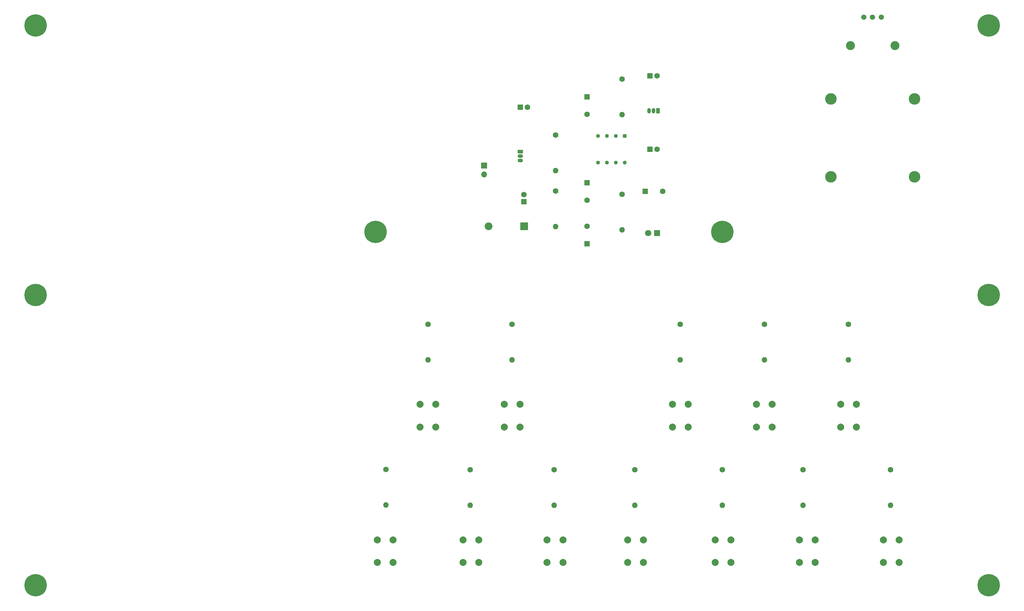
<source format=gbr>
%TF.GenerationSoftware,KiCad,Pcbnew,(7.0.0)*%
%TF.CreationDate,2023-06-26T15:27:43+02:00*%
%TF.ProjectId,Prj_3_Piano,50726a5f-335f-4506-9961-6e6f2e6b6963,v1.0*%
%TF.SameCoordinates,Original*%
%TF.FileFunction,Soldermask,Bot*%
%TF.FilePolarity,Negative*%
%FSLAX46Y46*%
G04 Gerber Fmt 4.6, Leading zero omitted, Abs format (unit mm)*
G04 Created by KiCad (PCBNEW (7.0.0)) date 2023-06-26 15:27:43*
%MOMM*%
%LPD*%
G01*
G04 APERTURE LIST*
%ADD10C,6.400000*%
%ADD11C,1.600000*%
%ADD12O,1.600000X1.600000*%
%ADD13C,2.000000*%
%ADD14R,1.600000X1.600000*%
%ADD15R,1.500000X1.050000*%
%ADD16O,1.500000X1.050000*%
%ADD17R,2.200000X2.200000*%
%ADD18O,2.200000X2.200000*%
%ADD19R,1.130000X1.130000*%
%ADD20C,1.130000*%
%ADD21R,1.050000X1.500000*%
%ADD22O,1.050000X1.500000*%
%ADD23R,1.800000X1.800000*%
%ADD24C,1.800000*%
%ADD25C,2.565400*%
%ADD26C,3.302000*%
%ADD27C,1.500000*%
%ADD28R,1.700000X1.700000*%
%ADD29O,1.700000X1.700000*%
G04 APERTURE END LIST*
D10*
%TO.C,REF\u002A\u002A*%
X412000000Y-249000000D03*
%TD*%
%TO.C,REF\u002A\u002A*%
X336000000Y-231000000D03*
%TD*%
%TO.C,REF\u002A\u002A*%
X237000000Y-231000000D03*
%TD*%
%TO.C,REF\u002A\u002A*%
X140000000Y-249000000D03*
%TD*%
D11*
%TO.C,R13*%
X348000000Y-257420000D03*
D12*
X347999999Y-267579999D03*
%TD*%
D11*
%TO.C,R1*%
X288379200Y-203274100D03*
D12*
X288379199Y-213434099D03*
%TD*%
D10*
%TO.C,REF\u002A\u002A*%
X412000000Y-332000000D03*
%TD*%
D11*
%TO.C,R8*%
X307379200Y-220274100D03*
D12*
X307379199Y-230434099D03*
%TD*%
D13*
%TO.C,SW5*%
X273750000Y-286750000D03*
X273750000Y-280250000D03*
X278250000Y-286750000D03*
X278250000Y-280250000D03*
%TD*%
D11*
%TO.C,R10*%
X311000000Y-299000000D03*
D12*
X310999999Y-309159999D03*
%TD*%
D14*
%TO.C,C7*%
X297379199Y-234354099D03*
D11*
X297379200Y-229354100D03*
%TD*%
D15*
%TO.C,Q1*%
X278379199Y-208084099D03*
D16*
X278379199Y-209354099D03*
X278379199Y-210624099D03*
%TD*%
D13*
%TO.C,SW2*%
X237500000Y-325500000D03*
X237500000Y-319000000D03*
X242000000Y-325500000D03*
X242000000Y-319000000D03*
%TD*%
D14*
%TO.C,C5*%
X297379199Y-192354099D03*
D11*
X297379200Y-197354100D03*
%TD*%
D14*
%TO.C,C8*%
X313976548Y-219354099D03*
D11*
X318976549Y-219354100D03*
%TD*%
%TO.C,R2*%
X288379200Y-219274100D03*
D12*
X288379199Y-229434099D03*
%TD*%
D13*
%TO.C,SW6*%
X286000000Y-325500000D03*
X286000000Y-319000000D03*
X290500000Y-325500000D03*
X290500000Y-319000000D03*
%TD*%
D17*
%TO.C,D1*%
X279459199Y-229354099D03*
D18*
X269299199Y-229354099D03*
%TD*%
D14*
%TO.C,C4*%
X297379199Y-216951448D03*
D11*
X297379200Y-221951449D03*
%TD*%
D10*
%TO.C,REF\u002A\u002A*%
X140000000Y-332000000D03*
%TD*%
D19*
%TO.C,IC1*%
X308189199Y-203544099D03*
D20*
X305649200Y-203544100D03*
X303109200Y-203544100D03*
X300569200Y-203544100D03*
X300569200Y-211164100D03*
X303109200Y-211164100D03*
X305649200Y-211164100D03*
X308189200Y-211164100D03*
%TD*%
D11*
%TO.C,R9*%
X288000000Y-299000000D03*
D12*
X287999999Y-309159999D03*
%TD*%
D14*
%TO.C,C6*%
X315379199Y-207354099D03*
D11*
X317379200Y-207354100D03*
%TD*%
D21*
%TO.C,U1*%
X317649199Y-196354099D03*
D22*
X316379199Y-196354099D03*
X315109199Y-196354099D03*
%TD*%
D13*
%TO.C,SW8*%
X321750000Y-286750000D03*
X321750000Y-280250000D03*
X326250000Y-286750000D03*
X326250000Y-280250000D03*
%TD*%
%TO.C,SW3*%
X249750000Y-286750000D03*
X249750000Y-280250000D03*
X254250000Y-286750000D03*
X254250000Y-280250000D03*
%TD*%
D11*
%TO.C,R5*%
X252000000Y-257420000D03*
D12*
X251999999Y-267579999D03*
%TD*%
D10*
%TO.C,REF\u002A\u002A*%
X140000000Y-172000000D03*
%TD*%
D11*
%TO.C,R6*%
X264000000Y-299000000D03*
D12*
X263999999Y-309159999D03*
%TD*%
D11*
%TO.C,R12*%
X336000000Y-299000000D03*
D12*
X335999999Y-309159999D03*
%TD*%
D23*
%TO.C,D2*%
X317379199Y-231354099D03*
D24*
X314839200Y-231354100D03*
%TD*%
D11*
%TO.C,R15*%
X372000000Y-257420000D03*
D12*
X371999999Y-267579999D03*
%TD*%
D10*
%TO.C,REF\u002A\u002A*%
X412000000Y-172000000D03*
%TD*%
D25*
%TO.C,BT1*%
X372562600Y-177760000D03*
X385262600Y-177760000D03*
D26*
X367000000Y-193000000D03*
X390825200Y-193000000D03*
X367000000Y-215225000D03*
X390825200Y-215225000D03*
%TD*%
D13*
%TO.C,SW4*%
X262000000Y-325500000D03*
X262000000Y-319000000D03*
X266500000Y-325500000D03*
X266500000Y-319000000D03*
%TD*%
%TO.C,SW10*%
X345750000Y-286750000D03*
X345750000Y-280250000D03*
X350250000Y-286750000D03*
X350250000Y-280250000D03*
%TD*%
%TO.C,SW11*%
X358000000Y-325500000D03*
X358000000Y-319000000D03*
X362500000Y-325500000D03*
X362500000Y-319000000D03*
%TD*%
%TO.C,SW7*%
X309000000Y-325500000D03*
X309000000Y-319000000D03*
X313500000Y-325500000D03*
X313500000Y-319000000D03*
%TD*%
%TO.C,SW13*%
X382000000Y-325500000D03*
X382000000Y-319000000D03*
X386500000Y-325500000D03*
X386500000Y-319000000D03*
%TD*%
D14*
%TO.C,C1*%
X279379199Y-222354099D03*
D11*
X279379200Y-220354100D03*
%TD*%
%TO.C,R7*%
X276000000Y-257420000D03*
D12*
X275999999Y-267579999D03*
%TD*%
D14*
%TO.C,C3*%
X315379199Y-186354099D03*
D11*
X317379200Y-186354100D03*
%TD*%
%TO.C,R16*%
X384000000Y-299000000D03*
D12*
X383999999Y-309159999D03*
%TD*%
D14*
%TO.C,C2*%
X278379199Y-195354099D03*
D11*
X280379200Y-195354100D03*
%TD*%
%TO.C,R14*%
X359000000Y-299000000D03*
D12*
X358999999Y-309159999D03*
%TD*%
D13*
%TO.C,SW12*%
X369750000Y-286750000D03*
X369750000Y-280250000D03*
X374250000Y-286750000D03*
X374250000Y-280250000D03*
%TD*%
D11*
%TO.C,R11*%
X324000000Y-257420000D03*
D12*
X323999999Y-267579999D03*
%TD*%
D27*
%TO.C,SW1*%
X381379200Y-169579100D03*
X378879200Y-169579100D03*
X376379200Y-169579100D03*
%TD*%
D11*
%TO.C,R3*%
X307379200Y-187274100D03*
D12*
X307379199Y-197434099D03*
%TD*%
D13*
%TO.C,SW9*%
X334000000Y-325500000D03*
X334000000Y-319000000D03*
X338500000Y-325500000D03*
X338500000Y-319000000D03*
%TD*%
D11*
%TO.C,R4*%
X240000000Y-298920000D03*
D12*
X239999999Y-309079999D03*
%TD*%
D28*
%TO.C,J1*%
X267999999Y-211999999D03*
D29*
X267999999Y-214539999D03*
%TD*%
M02*

</source>
